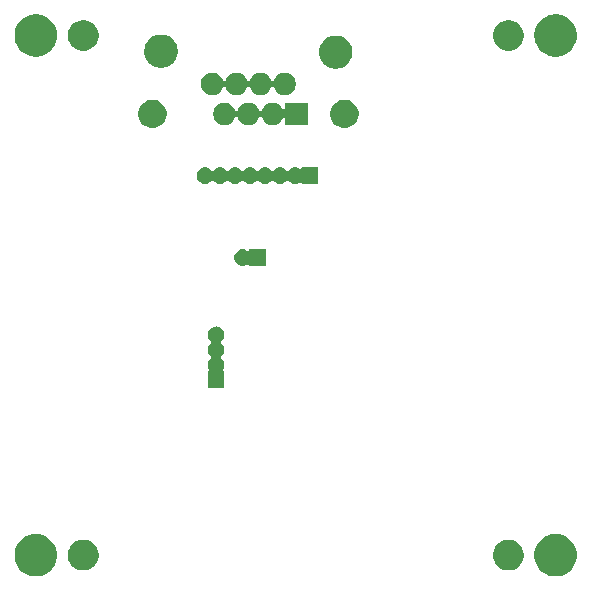
<source format=gbr>
G04 #@! TF.GenerationSoftware,KiCad,Pcbnew,5.1.2-f72e74a~84~ubuntu18.04.1*
G04 #@! TF.CreationDate,2019-06-24T22:58:02+09:00*
G04 #@! TF.ProjectId,dentureRS485,64656e74-7572-4655-9253-3438352e6b69,rev?*
G04 #@! TF.SameCoordinates,Original*
G04 #@! TF.FileFunction,Soldermask,Bot*
G04 #@! TF.FilePolarity,Negative*
%FSLAX46Y46*%
G04 Gerber Fmt 4.6, Leading zero omitted, Abs format (unit mm)*
G04 Created by KiCad (PCBNEW 5.1.2-f72e74a~84~ubuntu18.04.1) date 2019-06-24 22:58:02*
%MOMM*%
%LPD*%
G04 APERTURE LIST*
%ADD10C,0.100000*%
G04 APERTURE END LIST*
D10*
G36*
X147351163Y-95234587D02*
G01*
X147525041Y-95269173D01*
X147852620Y-95404861D01*
X148147433Y-95601849D01*
X148398151Y-95852567D01*
X148595139Y-96147380D01*
X148730827Y-96474959D01*
X148800000Y-96822716D01*
X148800000Y-97177284D01*
X148730827Y-97525041D01*
X148595139Y-97852620D01*
X148398151Y-98147433D01*
X148147433Y-98398151D01*
X147852620Y-98595139D01*
X147525041Y-98730827D01*
X147351162Y-98765414D01*
X147177286Y-98800000D01*
X146822714Y-98800000D01*
X146648837Y-98765413D01*
X146474959Y-98730827D01*
X146147380Y-98595139D01*
X145852567Y-98398151D01*
X145601849Y-98147433D01*
X145404861Y-97852620D01*
X145269173Y-97525041D01*
X145200000Y-97177284D01*
X145200000Y-96822716D01*
X145269173Y-96474959D01*
X145404861Y-96147380D01*
X145601849Y-95852567D01*
X145852567Y-95601849D01*
X146147380Y-95404861D01*
X146474959Y-95269173D01*
X146648838Y-95234586D01*
X146822714Y-95200000D01*
X147177286Y-95200000D01*
X147351163Y-95234587D01*
X147351163Y-95234587D01*
G37*
G36*
X103351163Y-95234587D02*
G01*
X103525041Y-95269173D01*
X103852620Y-95404861D01*
X104147433Y-95601849D01*
X104398151Y-95852567D01*
X104595139Y-96147380D01*
X104730827Y-96474959D01*
X104800000Y-96822716D01*
X104800000Y-97177284D01*
X104730827Y-97525041D01*
X104595139Y-97852620D01*
X104398151Y-98147433D01*
X104147433Y-98398151D01*
X103852620Y-98595139D01*
X103525041Y-98730827D01*
X103351162Y-98765414D01*
X103177286Y-98800000D01*
X102822714Y-98800000D01*
X102648837Y-98765413D01*
X102474959Y-98730827D01*
X102147380Y-98595139D01*
X101852567Y-98398151D01*
X101601849Y-98147433D01*
X101404861Y-97852620D01*
X101269173Y-97525041D01*
X101200000Y-97177284D01*
X101200000Y-96822716D01*
X101269173Y-96474959D01*
X101404861Y-96147380D01*
X101601849Y-95852567D01*
X101852567Y-95601849D01*
X102147380Y-95404861D01*
X102474959Y-95269173D01*
X102648838Y-95234586D01*
X102822714Y-95200000D01*
X103177286Y-95200000D01*
X103351163Y-95234587D01*
X103351163Y-95234587D01*
G37*
G36*
X143253617Y-95724979D02*
G01*
X143379196Y-95749958D01*
X143615781Y-95847955D01*
X143828702Y-95990224D01*
X144009776Y-96171298D01*
X144152045Y-96384219D01*
X144250042Y-96620804D01*
X144300000Y-96871961D01*
X144300000Y-97128039D01*
X144250042Y-97379196D01*
X144152045Y-97615781D01*
X144009776Y-97828702D01*
X143828702Y-98009776D01*
X143615781Y-98152045D01*
X143379196Y-98250042D01*
X143128040Y-98300000D01*
X142871960Y-98300000D01*
X142746383Y-98275021D01*
X142620804Y-98250042D01*
X142384219Y-98152045D01*
X142171298Y-98009776D01*
X141990224Y-97828702D01*
X141847955Y-97615781D01*
X141749958Y-97379196D01*
X141700000Y-97128039D01*
X141700000Y-96871961D01*
X141749958Y-96620804D01*
X141847955Y-96384219D01*
X141990224Y-96171298D01*
X142171298Y-95990224D01*
X142384219Y-95847955D01*
X142620804Y-95749958D01*
X142746383Y-95724979D01*
X142871960Y-95700000D01*
X143128040Y-95700000D01*
X143253617Y-95724979D01*
X143253617Y-95724979D01*
G37*
G36*
X107253617Y-95724979D02*
G01*
X107379196Y-95749958D01*
X107615781Y-95847955D01*
X107828702Y-95990224D01*
X108009776Y-96171298D01*
X108152045Y-96384219D01*
X108250042Y-96620804D01*
X108300000Y-96871961D01*
X108300000Y-97128039D01*
X108250042Y-97379196D01*
X108152045Y-97615781D01*
X108009776Y-97828702D01*
X107828702Y-98009776D01*
X107615781Y-98152045D01*
X107379196Y-98250042D01*
X107128040Y-98300000D01*
X106871960Y-98300000D01*
X106746383Y-98275021D01*
X106620804Y-98250042D01*
X106384219Y-98152045D01*
X106171298Y-98009776D01*
X105990224Y-97828702D01*
X105847955Y-97615781D01*
X105749958Y-97379196D01*
X105700000Y-97128039D01*
X105700000Y-96871961D01*
X105749958Y-96620804D01*
X105847955Y-96384219D01*
X105990224Y-96171298D01*
X106171298Y-95990224D01*
X106384219Y-95847955D01*
X106620804Y-95749958D01*
X106746383Y-95724979D01*
X106871960Y-95700000D01*
X107128040Y-95700000D01*
X107253617Y-95724979D01*
X107253617Y-95724979D01*
G37*
G36*
X118396224Y-77653328D02*
G01*
X118528175Y-77693355D01*
X118649781Y-77758355D01*
X118756370Y-77845830D01*
X118843845Y-77952419D01*
X118908845Y-78074025D01*
X118948872Y-78205976D01*
X118962387Y-78343200D01*
X118948872Y-78480424D01*
X118908845Y-78612375D01*
X118843845Y-78733981D01*
X118756370Y-78840570D01*
X118706394Y-78881584D01*
X118689076Y-78898902D01*
X118675462Y-78919276D01*
X118666085Y-78941915D01*
X118661305Y-78965948D01*
X118661305Y-78990453D01*
X118666086Y-79014486D01*
X118675463Y-79037125D01*
X118689077Y-79057499D01*
X118706394Y-79074816D01*
X118756370Y-79115830D01*
X118843845Y-79222419D01*
X118908845Y-79344025D01*
X118948872Y-79475976D01*
X118962387Y-79613200D01*
X118948872Y-79750424D01*
X118908845Y-79882375D01*
X118843845Y-80003981D01*
X118756370Y-80110570D01*
X118706394Y-80151584D01*
X118689076Y-80168902D01*
X118675462Y-80189276D01*
X118666085Y-80211915D01*
X118661305Y-80235948D01*
X118661305Y-80260453D01*
X118666086Y-80284486D01*
X118675463Y-80307125D01*
X118689077Y-80327499D01*
X118706394Y-80344816D01*
X118756370Y-80385830D01*
X118843845Y-80492419D01*
X118908845Y-80614025D01*
X118948872Y-80745976D01*
X118962387Y-80883200D01*
X118948872Y-81020424D01*
X118908845Y-81152375D01*
X118908843Y-81152378D01*
X118846359Y-81269277D01*
X118836981Y-81291916D01*
X118832201Y-81315949D01*
X118832201Y-81340453D01*
X118836981Y-81364486D01*
X118846359Y-81387125D01*
X118859973Y-81407500D01*
X118877300Y-81424827D01*
X118897674Y-81438440D01*
X118920313Y-81447818D01*
X118956598Y-81453200D01*
X118959000Y-81453200D01*
X118959000Y-82853200D01*
X117559000Y-82853200D01*
X117559000Y-81453200D01*
X117561402Y-81453200D01*
X117585788Y-81450798D01*
X117609237Y-81443685D01*
X117630848Y-81432134D01*
X117649790Y-81416589D01*
X117665335Y-81397647D01*
X117676886Y-81376036D01*
X117683999Y-81352587D01*
X117686401Y-81328201D01*
X117683999Y-81303815D01*
X117671641Y-81269277D01*
X117609157Y-81152378D01*
X117609155Y-81152375D01*
X117569128Y-81020424D01*
X117555613Y-80883200D01*
X117569128Y-80745976D01*
X117609155Y-80614025D01*
X117674155Y-80492419D01*
X117761630Y-80385830D01*
X117811606Y-80344816D01*
X117828924Y-80327498D01*
X117842538Y-80307124D01*
X117851915Y-80284485D01*
X117856695Y-80260452D01*
X117856695Y-80235947D01*
X117851914Y-80211914D01*
X117842537Y-80189275D01*
X117828923Y-80168901D01*
X117811606Y-80151584D01*
X117761630Y-80110570D01*
X117674155Y-80003981D01*
X117609155Y-79882375D01*
X117569128Y-79750424D01*
X117555613Y-79613200D01*
X117569128Y-79475976D01*
X117609155Y-79344025D01*
X117674155Y-79222419D01*
X117761630Y-79115830D01*
X117811606Y-79074816D01*
X117828924Y-79057498D01*
X117842538Y-79037124D01*
X117851915Y-79014485D01*
X117856695Y-78990452D01*
X117856695Y-78965947D01*
X117851914Y-78941914D01*
X117842537Y-78919275D01*
X117828923Y-78898901D01*
X117811606Y-78881584D01*
X117761630Y-78840570D01*
X117674155Y-78733981D01*
X117609155Y-78612375D01*
X117569128Y-78480424D01*
X117555613Y-78343200D01*
X117569128Y-78205976D01*
X117609155Y-78074025D01*
X117674155Y-77952419D01*
X117761630Y-77845830D01*
X117868219Y-77758355D01*
X117989825Y-77693355D01*
X118121776Y-77653328D01*
X118224610Y-77643200D01*
X118293390Y-77643200D01*
X118396224Y-77653328D01*
X118396224Y-77653328D01*
G37*
G36*
X120636224Y-71123328D02*
G01*
X120768175Y-71163355D01*
X120885080Y-71225842D01*
X120907716Y-71235219D01*
X120931749Y-71239999D01*
X120956253Y-71239999D01*
X120980286Y-71235219D01*
X121002925Y-71225841D01*
X121023300Y-71212227D01*
X121040627Y-71194900D01*
X121054240Y-71174526D01*
X121063618Y-71151887D01*
X121069000Y-71115602D01*
X121069000Y-71113200D01*
X122469000Y-71113200D01*
X122469000Y-72513200D01*
X121069000Y-72513200D01*
X121069000Y-72510798D01*
X121066598Y-72486412D01*
X121059485Y-72462963D01*
X121047934Y-72441352D01*
X121032389Y-72422410D01*
X121013447Y-72406865D01*
X120991836Y-72395314D01*
X120968387Y-72388201D01*
X120944001Y-72385799D01*
X120919615Y-72388201D01*
X120885079Y-72400558D01*
X120768175Y-72463045D01*
X120636224Y-72503072D01*
X120533390Y-72513200D01*
X120464610Y-72513200D01*
X120361776Y-72503072D01*
X120229825Y-72463045D01*
X120108219Y-72398045D01*
X120001630Y-72310570D01*
X119914155Y-72203981D01*
X119849155Y-72082375D01*
X119809128Y-71950424D01*
X119795613Y-71813200D01*
X119809128Y-71675976D01*
X119849155Y-71544025D01*
X119914155Y-71422419D01*
X120001630Y-71315830D01*
X120108219Y-71228355D01*
X120229825Y-71163355D01*
X120361776Y-71123328D01*
X120464610Y-71113200D01*
X120533390Y-71113200D01*
X120636224Y-71123328D01*
X120636224Y-71123328D01*
G37*
G36*
X117452224Y-64181728D02*
G01*
X117584175Y-64221755D01*
X117705781Y-64286755D01*
X117812370Y-64374230D01*
X117853384Y-64424206D01*
X117870702Y-64441524D01*
X117891076Y-64455138D01*
X117913715Y-64464515D01*
X117937748Y-64469295D01*
X117962253Y-64469295D01*
X117986286Y-64464514D01*
X118008925Y-64455137D01*
X118029299Y-64441523D01*
X118046616Y-64424206D01*
X118087630Y-64374230D01*
X118194219Y-64286755D01*
X118315825Y-64221755D01*
X118447776Y-64181728D01*
X118550610Y-64171600D01*
X118619390Y-64171600D01*
X118722224Y-64181728D01*
X118854175Y-64221755D01*
X118975781Y-64286755D01*
X119082370Y-64374230D01*
X119123384Y-64424206D01*
X119140702Y-64441524D01*
X119161076Y-64455138D01*
X119183715Y-64464515D01*
X119207748Y-64469295D01*
X119232253Y-64469295D01*
X119256286Y-64464514D01*
X119278925Y-64455137D01*
X119299299Y-64441523D01*
X119316616Y-64424206D01*
X119357630Y-64374230D01*
X119464219Y-64286755D01*
X119585825Y-64221755D01*
X119717776Y-64181728D01*
X119820610Y-64171600D01*
X119889390Y-64171600D01*
X119992224Y-64181728D01*
X120124175Y-64221755D01*
X120245781Y-64286755D01*
X120352370Y-64374230D01*
X120393384Y-64424206D01*
X120410702Y-64441524D01*
X120431076Y-64455138D01*
X120453715Y-64464515D01*
X120477748Y-64469295D01*
X120502253Y-64469295D01*
X120526286Y-64464514D01*
X120548925Y-64455137D01*
X120569299Y-64441523D01*
X120586616Y-64424206D01*
X120627630Y-64374230D01*
X120734219Y-64286755D01*
X120855825Y-64221755D01*
X120987776Y-64181728D01*
X121090610Y-64171600D01*
X121159390Y-64171600D01*
X121262224Y-64181728D01*
X121394175Y-64221755D01*
X121515781Y-64286755D01*
X121622370Y-64374230D01*
X121663384Y-64424206D01*
X121680702Y-64441524D01*
X121701076Y-64455138D01*
X121723715Y-64464515D01*
X121747748Y-64469295D01*
X121772253Y-64469295D01*
X121796286Y-64464514D01*
X121818925Y-64455137D01*
X121839299Y-64441523D01*
X121856616Y-64424206D01*
X121897630Y-64374230D01*
X122004219Y-64286755D01*
X122125825Y-64221755D01*
X122257776Y-64181728D01*
X122360610Y-64171600D01*
X122429390Y-64171600D01*
X122532224Y-64181728D01*
X122664175Y-64221755D01*
X122785781Y-64286755D01*
X122892370Y-64374230D01*
X122933384Y-64424206D01*
X122950702Y-64441524D01*
X122971076Y-64455138D01*
X122993715Y-64464515D01*
X123017748Y-64469295D01*
X123042253Y-64469295D01*
X123066286Y-64464514D01*
X123088925Y-64455137D01*
X123109299Y-64441523D01*
X123126616Y-64424206D01*
X123167630Y-64374230D01*
X123274219Y-64286755D01*
X123395825Y-64221755D01*
X123527776Y-64181728D01*
X123630610Y-64171600D01*
X123699390Y-64171600D01*
X123802224Y-64181728D01*
X123934175Y-64221755D01*
X124055781Y-64286755D01*
X124162370Y-64374230D01*
X124203384Y-64424206D01*
X124220702Y-64441524D01*
X124241076Y-64455138D01*
X124263715Y-64464515D01*
X124287748Y-64469295D01*
X124312253Y-64469295D01*
X124336286Y-64464514D01*
X124358925Y-64455137D01*
X124379299Y-64441523D01*
X124396616Y-64424206D01*
X124437630Y-64374230D01*
X124544219Y-64286755D01*
X124665825Y-64221755D01*
X124797776Y-64181728D01*
X124900610Y-64171600D01*
X124969390Y-64171600D01*
X125072224Y-64181728D01*
X125204175Y-64221755D01*
X125321080Y-64284242D01*
X125343716Y-64293619D01*
X125367749Y-64298399D01*
X125392253Y-64298399D01*
X125416286Y-64293619D01*
X125438925Y-64284241D01*
X125459300Y-64270627D01*
X125476627Y-64253300D01*
X125490240Y-64232926D01*
X125499618Y-64210287D01*
X125505000Y-64174002D01*
X125505000Y-64171600D01*
X126905000Y-64171600D01*
X126905000Y-65571600D01*
X125505000Y-65571600D01*
X125505000Y-65569198D01*
X125502598Y-65544812D01*
X125495485Y-65521363D01*
X125483934Y-65499752D01*
X125468389Y-65480810D01*
X125449447Y-65465265D01*
X125427836Y-65453714D01*
X125404387Y-65446601D01*
X125380001Y-65444199D01*
X125355615Y-65446601D01*
X125321079Y-65458958D01*
X125204175Y-65521445D01*
X125072224Y-65561472D01*
X124969390Y-65571600D01*
X124900610Y-65571600D01*
X124797776Y-65561472D01*
X124665825Y-65521445D01*
X124544219Y-65456445D01*
X124437630Y-65368970D01*
X124396616Y-65318994D01*
X124379298Y-65301676D01*
X124358924Y-65288062D01*
X124336285Y-65278685D01*
X124312252Y-65273905D01*
X124287747Y-65273905D01*
X124263714Y-65278686D01*
X124241075Y-65288063D01*
X124220701Y-65301677D01*
X124203384Y-65318994D01*
X124162370Y-65368970D01*
X124055781Y-65456445D01*
X123934175Y-65521445D01*
X123802224Y-65561472D01*
X123699390Y-65571600D01*
X123630610Y-65571600D01*
X123527776Y-65561472D01*
X123395825Y-65521445D01*
X123274219Y-65456445D01*
X123167630Y-65368970D01*
X123126616Y-65318994D01*
X123109298Y-65301676D01*
X123088924Y-65288062D01*
X123066285Y-65278685D01*
X123042252Y-65273905D01*
X123017747Y-65273905D01*
X122993714Y-65278686D01*
X122971075Y-65288063D01*
X122950701Y-65301677D01*
X122933384Y-65318994D01*
X122892370Y-65368970D01*
X122785781Y-65456445D01*
X122664175Y-65521445D01*
X122532224Y-65561472D01*
X122429390Y-65571600D01*
X122360610Y-65571600D01*
X122257776Y-65561472D01*
X122125825Y-65521445D01*
X122004219Y-65456445D01*
X121897630Y-65368970D01*
X121856616Y-65318994D01*
X121839298Y-65301676D01*
X121818924Y-65288062D01*
X121796285Y-65278685D01*
X121772252Y-65273905D01*
X121747747Y-65273905D01*
X121723714Y-65278686D01*
X121701075Y-65288063D01*
X121680701Y-65301677D01*
X121663384Y-65318994D01*
X121622370Y-65368970D01*
X121515781Y-65456445D01*
X121394175Y-65521445D01*
X121262224Y-65561472D01*
X121159390Y-65571600D01*
X121090610Y-65571600D01*
X120987776Y-65561472D01*
X120855825Y-65521445D01*
X120734219Y-65456445D01*
X120627630Y-65368970D01*
X120586616Y-65318994D01*
X120569298Y-65301676D01*
X120548924Y-65288062D01*
X120526285Y-65278685D01*
X120502252Y-65273905D01*
X120477747Y-65273905D01*
X120453714Y-65278686D01*
X120431075Y-65288063D01*
X120410701Y-65301677D01*
X120393384Y-65318994D01*
X120352370Y-65368970D01*
X120245781Y-65456445D01*
X120124175Y-65521445D01*
X119992224Y-65561472D01*
X119889390Y-65571600D01*
X119820610Y-65571600D01*
X119717776Y-65561472D01*
X119585825Y-65521445D01*
X119464219Y-65456445D01*
X119357630Y-65368970D01*
X119316616Y-65318994D01*
X119299298Y-65301676D01*
X119278924Y-65288062D01*
X119256285Y-65278685D01*
X119232252Y-65273905D01*
X119207747Y-65273905D01*
X119183714Y-65278686D01*
X119161075Y-65288063D01*
X119140701Y-65301677D01*
X119123384Y-65318994D01*
X119082370Y-65368970D01*
X118975781Y-65456445D01*
X118854175Y-65521445D01*
X118722224Y-65561472D01*
X118619390Y-65571600D01*
X118550610Y-65571600D01*
X118447776Y-65561472D01*
X118315825Y-65521445D01*
X118194219Y-65456445D01*
X118087630Y-65368970D01*
X118046616Y-65318994D01*
X118029298Y-65301676D01*
X118008924Y-65288062D01*
X117986285Y-65278685D01*
X117962252Y-65273905D01*
X117937747Y-65273905D01*
X117913714Y-65278686D01*
X117891075Y-65288063D01*
X117870701Y-65301677D01*
X117853384Y-65318994D01*
X117812370Y-65368970D01*
X117705781Y-65456445D01*
X117584175Y-65521445D01*
X117452224Y-65561472D01*
X117349390Y-65571600D01*
X117280610Y-65571600D01*
X117177776Y-65561472D01*
X117045825Y-65521445D01*
X116924219Y-65456445D01*
X116817630Y-65368970D01*
X116730155Y-65262381D01*
X116665155Y-65140775D01*
X116625128Y-65008824D01*
X116611613Y-64871600D01*
X116625128Y-64734376D01*
X116665155Y-64602425D01*
X116730155Y-64480819D01*
X116817630Y-64374230D01*
X116924219Y-64286755D01*
X117045825Y-64221755D01*
X117177776Y-64181728D01*
X117280610Y-64171600D01*
X117349390Y-64171600D01*
X117452224Y-64181728D01*
X117452224Y-64181728D01*
G37*
G36*
X129465026Y-58485315D02*
G01*
X129683411Y-58575773D01*
X129683413Y-58575774D01*
X129853167Y-58689200D01*
X129879955Y-58707099D01*
X130047101Y-58874245D01*
X130178427Y-59070789D01*
X130268885Y-59289174D01*
X130315000Y-59521009D01*
X130315000Y-59757391D01*
X130268885Y-59989226D01*
X130178427Y-60207611D01*
X130178426Y-60207613D01*
X130047101Y-60404155D01*
X129879955Y-60571301D01*
X129683413Y-60702626D01*
X129683412Y-60702627D01*
X129683411Y-60702627D01*
X129465026Y-60793085D01*
X129233191Y-60839200D01*
X128996809Y-60839200D01*
X128764974Y-60793085D01*
X128546589Y-60702627D01*
X128546588Y-60702627D01*
X128546587Y-60702626D01*
X128350045Y-60571301D01*
X128182899Y-60404155D01*
X128051574Y-60207613D01*
X128051573Y-60207611D01*
X127961115Y-59989226D01*
X127915000Y-59757391D01*
X127915000Y-59521009D01*
X127961115Y-59289174D01*
X128051573Y-59070789D01*
X128182899Y-58874245D01*
X128350045Y-58707099D01*
X128376833Y-58689200D01*
X128546587Y-58575774D01*
X128546589Y-58575773D01*
X128764974Y-58485315D01*
X128996809Y-58439200D01*
X129233191Y-58439200D01*
X129465026Y-58485315D01*
X129465026Y-58485315D01*
G37*
G36*
X113215026Y-58485315D02*
G01*
X113433411Y-58575773D01*
X113433413Y-58575774D01*
X113603167Y-58689200D01*
X113629955Y-58707099D01*
X113797101Y-58874245D01*
X113928427Y-59070789D01*
X114018885Y-59289174D01*
X114065000Y-59521009D01*
X114065000Y-59757391D01*
X114018885Y-59989226D01*
X113928427Y-60207611D01*
X113928426Y-60207613D01*
X113797101Y-60404155D01*
X113629955Y-60571301D01*
X113433413Y-60702626D01*
X113433412Y-60702627D01*
X113433411Y-60702627D01*
X113215026Y-60793085D01*
X112983191Y-60839200D01*
X112746809Y-60839200D01*
X112514974Y-60793085D01*
X112296589Y-60702627D01*
X112296588Y-60702627D01*
X112296587Y-60702626D01*
X112100045Y-60571301D01*
X111932899Y-60404155D01*
X111801574Y-60207613D01*
X111801573Y-60207611D01*
X111711115Y-59989226D01*
X111665000Y-59757391D01*
X111665000Y-59521009D01*
X111711115Y-59289174D01*
X111801573Y-59070789D01*
X111932899Y-58874245D01*
X112100045Y-58707099D01*
X112126833Y-58689200D01*
X112296587Y-58575774D01*
X112296589Y-58575773D01*
X112514974Y-58485315D01*
X112746809Y-58439200D01*
X112983191Y-58439200D01*
X113215026Y-58485315D01*
X113215026Y-58485315D01*
G37*
G36*
X119133551Y-58707099D02*
G01*
X119227105Y-58725708D01*
X119399994Y-58797321D01*
X119555590Y-58901287D01*
X119687913Y-59033610D01*
X119791879Y-59189206D01*
X119833287Y-59289174D01*
X119854516Y-59340426D01*
X119866067Y-59362037D01*
X119881613Y-59380979D01*
X119900554Y-59396524D01*
X119922165Y-59408075D01*
X119945614Y-59415188D01*
X119970000Y-59417590D01*
X119994386Y-59415188D01*
X120017835Y-59408075D01*
X120039446Y-59396524D01*
X120058388Y-59380978D01*
X120073933Y-59362037D01*
X120085484Y-59340426D01*
X120106713Y-59289174D01*
X120148121Y-59189206D01*
X120252087Y-59033610D01*
X120384410Y-58901287D01*
X120540006Y-58797321D01*
X120712895Y-58725708D01*
X120806449Y-58707099D01*
X120896432Y-58689200D01*
X121083568Y-58689200D01*
X121173551Y-58707099D01*
X121267105Y-58725708D01*
X121439994Y-58797321D01*
X121595590Y-58901287D01*
X121727913Y-59033610D01*
X121831879Y-59189206D01*
X121873287Y-59289174D01*
X121894516Y-59340426D01*
X121906067Y-59362037D01*
X121921613Y-59380979D01*
X121940554Y-59396524D01*
X121962165Y-59408075D01*
X121985614Y-59415188D01*
X122010000Y-59417590D01*
X122034386Y-59415188D01*
X122057835Y-59408075D01*
X122079446Y-59396524D01*
X122098388Y-59380978D01*
X122113933Y-59362037D01*
X122125484Y-59340426D01*
X122146713Y-59289174D01*
X122188121Y-59189206D01*
X122292087Y-59033610D01*
X122424410Y-58901287D01*
X122580006Y-58797321D01*
X122752895Y-58725708D01*
X122846449Y-58707099D01*
X122936432Y-58689200D01*
X123123568Y-58689200D01*
X123213551Y-58707099D01*
X123307105Y-58725708D01*
X123479994Y-58797321D01*
X123635590Y-58901287D01*
X123767913Y-59033610D01*
X123871879Y-59189206D01*
X123879521Y-59207656D01*
X123891069Y-59229258D01*
X123906614Y-59248200D01*
X123925556Y-59263745D01*
X123947167Y-59275296D01*
X123970616Y-59282409D01*
X123995002Y-59284811D01*
X124019388Y-59282409D01*
X124042837Y-59275296D01*
X124064447Y-59263744D01*
X124083389Y-59248199D01*
X124098934Y-59229257D01*
X124110485Y-59207646D01*
X124117598Y-59184197D01*
X124120000Y-59159812D01*
X124120000Y-58689200D01*
X126020000Y-58689200D01*
X126020000Y-60589200D01*
X124120000Y-60589200D01*
X124120000Y-60118588D01*
X124117598Y-60094202D01*
X124110485Y-60070753D01*
X124098934Y-60049142D01*
X124083389Y-60030200D01*
X124064447Y-60014655D01*
X124042836Y-60003104D01*
X124019387Y-59995991D01*
X123995001Y-59993589D01*
X123970615Y-59995991D01*
X123947166Y-60003104D01*
X123925555Y-60014655D01*
X123906613Y-60030200D01*
X123891068Y-60049142D01*
X123879521Y-60070744D01*
X123871879Y-60089194D01*
X123767913Y-60244790D01*
X123635590Y-60377113D01*
X123479994Y-60481079D01*
X123307105Y-60552692D01*
X123215336Y-60570946D01*
X123123568Y-60589200D01*
X122936432Y-60589200D01*
X122844664Y-60570946D01*
X122752895Y-60552692D01*
X122580006Y-60481079D01*
X122424410Y-60377113D01*
X122292087Y-60244790D01*
X122188121Y-60089194D01*
X122125482Y-59937971D01*
X122113933Y-59916363D01*
X122098387Y-59897421D01*
X122079446Y-59881876D01*
X122057835Y-59870325D01*
X122034386Y-59863212D01*
X122010000Y-59860810D01*
X121985614Y-59863212D01*
X121962165Y-59870325D01*
X121940554Y-59881876D01*
X121921612Y-59897422D01*
X121906067Y-59916363D01*
X121894518Y-59937971D01*
X121831879Y-60089194D01*
X121727913Y-60244790D01*
X121595590Y-60377113D01*
X121439994Y-60481079D01*
X121267105Y-60552692D01*
X121175336Y-60570946D01*
X121083568Y-60589200D01*
X120896432Y-60589200D01*
X120804664Y-60570946D01*
X120712895Y-60552692D01*
X120540006Y-60481079D01*
X120384410Y-60377113D01*
X120252087Y-60244790D01*
X120148121Y-60089194D01*
X120085482Y-59937971D01*
X120073933Y-59916363D01*
X120058387Y-59897421D01*
X120039446Y-59881876D01*
X120017835Y-59870325D01*
X119994386Y-59863212D01*
X119970000Y-59860810D01*
X119945614Y-59863212D01*
X119922165Y-59870325D01*
X119900554Y-59881876D01*
X119881612Y-59897422D01*
X119866067Y-59916363D01*
X119854518Y-59937971D01*
X119791879Y-60089194D01*
X119687913Y-60244790D01*
X119555590Y-60377113D01*
X119399994Y-60481079D01*
X119227105Y-60552692D01*
X119135336Y-60570946D01*
X119043568Y-60589200D01*
X118856432Y-60589200D01*
X118764664Y-60570946D01*
X118672895Y-60552692D01*
X118500006Y-60481079D01*
X118344410Y-60377113D01*
X118212087Y-60244790D01*
X118108121Y-60089194D01*
X118036508Y-59916305D01*
X118000000Y-59732767D01*
X118000000Y-59545633D01*
X118036508Y-59362095D01*
X118108121Y-59189206D01*
X118212087Y-59033610D01*
X118344410Y-58901287D01*
X118500006Y-58797321D01*
X118672895Y-58725708D01*
X118766449Y-58707099D01*
X118856432Y-58689200D01*
X119043568Y-58689200D01*
X119133551Y-58707099D01*
X119133551Y-58707099D01*
G37*
G36*
X118115336Y-56167454D02*
G01*
X118207105Y-56185708D01*
X118379994Y-56257321D01*
X118535590Y-56361287D01*
X118667913Y-56493610D01*
X118771879Y-56649206D01*
X118834516Y-56800426D01*
X118846067Y-56822037D01*
X118861613Y-56840979D01*
X118880554Y-56856524D01*
X118902165Y-56868075D01*
X118925614Y-56875188D01*
X118950000Y-56877590D01*
X118974386Y-56875188D01*
X118997835Y-56868075D01*
X119019446Y-56856524D01*
X119038388Y-56840978D01*
X119053933Y-56822037D01*
X119065484Y-56800426D01*
X119128121Y-56649206D01*
X119232087Y-56493610D01*
X119364410Y-56361287D01*
X119520006Y-56257321D01*
X119692895Y-56185708D01*
X119784664Y-56167454D01*
X119876432Y-56149200D01*
X120063568Y-56149200D01*
X120155336Y-56167454D01*
X120247105Y-56185708D01*
X120419994Y-56257321D01*
X120575590Y-56361287D01*
X120707913Y-56493610D01*
X120811879Y-56649206D01*
X120874516Y-56800426D01*
X120886067Y-56822037D01*
X120901613Y-56840979D01*
X120920554Y-56856524D01*
X120942165Y-56868075D01*
X120965614Y-56875188D01*
X120990000Y-56877590D01*
X121014386Y-56875188D01*
X121037835Y-56868075D01*
X121059446Y-56856524D01*
X121078388Y-56840978D01*
X121093933Y-56822037D01*
X121105484Y-56800426D01*
X121168121Y-56649206D01*
X121272087Y-56493610D01*
X121404410Y-56361287D01*
X121560006Y-56257321D01*
X121732895Y-56185708D01*
X121824664Y-56167454D01*
X121916432Y-56149200D01*
X122103568Y-56149200D01*
X122195336Y-56167454D01*
X122287105Y-56185708D01*
X122459994Y-56257321D01*
X122615590Y-56361287D01*
X122747913Y-56493610D01*
X122851879Y-56649206D01*
X122914516Y-56800426D01*
X122926067Y-56822037D01*
X122941613Y-56840979D01*
X122960554Y-56856524D01*
X122982165Y-56868075D01*
X123005614Y-56875188D01*
X123030000Y-56877590D01*
X123054386Y-56875188D01*
X123077835Y-56868075D01*
X123099446Y-56856524D01*
X123118388Y-56840978D01*
X123133933Y-56822037D01*
X123145484Y-56800426D01*
X123208121Y-56649206D01*
X123312087Y-56493610D01*
X123444410Y-56361287D01*
X123600006Y-56257321D01*
X123772895Y-56185708D01*
X123864664Y-56167454D01*
X123956432Y-56149200D01*
X124143568Y-56149200D01*
X124235336Y-56167454D01*
X124327105Y-56185708D01*
X124499994Y-56257321D01*
X124655590Y-56361287D01*
X124787913Y-56493610D01*
X124891879Y-56649206D01*
X124963492Y-56822095D01*
X125000000Y-57005633D01*
X125000000Y-57192767D01*
X124963492Y-57376305D01*
X124891879Y-57549194D01*
X124787913Y-57704790D01*
X124655590Y-57837113D01*
X124499994Y-57941079D01*
X124327105Y-58012692D01*
X124235336Y-58030946D01*
X124143568Y-58049200D01*
X123956432Y-58049200D01*
X123864664Y-58030946D01*
X123772895Y-58012692D01*
X123600006Y-57941079D01*
X123444410Y-57837113D01*
X123312087Y-57704790D01*
X123208121Y-57549194D01*
X123145482Y-57397971D01*
X123133933Y-57376363D01*
X123118387Y-57357421D01*
X123099446Y-57341876D01*
X123077835Y-57330325D01*
X123054386Y-57323212D01*
X123030000Y-57320810D01*
X123005614Y-57323212D01*
X122982165Y-57330325D01*
X122960554Y-57341876D01*
X122941612Y-57357422D01*
X122926067Y-57376363D01*
X122914518Y-57397971D01*
X122851879Y-57549194D01*
X122747913Y-57704790D01*
X122615590Y-57837113D01*
X122459994Y-57941079D01*
X122287105Y-58012692D01*
X122195336Y-58030946D01*
X122103568Y-58049200D01*
X121916432Y-58049200D01*
X121824664Y-58030946D01*
X121732895Y-58012692D01*
X121560006Y-57941079D01*
X121404410Y-57837113D01*
X121272087Y-57704790D01*
X121168121Y-57549194D01*
X121105482Y-57397971D01*
X121093933Y-57376363D01*
X121078387Y-57357421D01*
X121059446Y-57341876D01*
X121037835Y-57330325D01*
X121014386Y-57323212D01*
X120990000Y-57320810D01*
X120965614Y-57323212D01*
X120942165Y-57330325D01*
X120920554Y-57341876D01*
X120901612Y-57357422D01*
X120886067Y-57376363D01*
X120874518Y-57397971D01*
X120811879Y-57549194D01*
X120707913Y-57704790D01*
X120575590Y-57837113D01*
X120419994Y-57941079D01*
X120247105Y-58012692D01*
X120155336Y-58030946D01*
X120063568Y-58049200D01*
X119876432Y-58049200D01*
X119784664Y-58030946D01*
X119692895Y-58012692D01*
X119520006Y-57941079D01*
X119364410Y-57837113D01*
X119232087Y-57704790D01*
X119128121Y-57549194D01*
X119065482Y-57397971D01*
X119053933Y-57376363D01*
X119038387Y-57357421D01*
X119019446Y-57341876D01*
X118997835Y-57330325D01*
X118974386Y-57323212D01*
X118950000Y-57320810D01*
X118925614Y-57323212D01*
X118902165Y-57330325D01*
X118880554Y-57341876D01*
X118861612Y-57357422D01*
X118846067Y-57376363D01*
X118834518Y-57397971D01*
X118771879Y-57549194D01*
X118667913Y-57704790D01*
X118535590Y-57837113D01*
X118379994Y-57941079D01*
X118207105Y-58012692D01*
X118115336Y-58030946D01*
X118023568Y-58049200D01*
X117836432Y-58049200D01*
X117744664Y-58030946D01*
X117652895Y-58012692D01*
X117480006Y-57941079D01*
X117324410Y-57837113D01*
X117192087Y-57704790D01*
X117088121Y-57549194D01*
X117016508Y-57376305D01*
X116980000Y-57192767D01*
X116980000Y-57005633D01*
X117016508Y-56822095D01*
X117088121Y-56649206D01*
X117192087Y-56493610D01*
X117324410Y-56361287D01*
X117480006Y-56257321D01*
X117652895Y-56185708D01*
X117744664Y-56167454D01*
X117836432Y-56149200D01*
X118023568Y-56149200D01*
X118115336Y-56167454D01*
X118115336Y-56167454D01*
G37*
G36*
X128663126Y-53046400D02*
G01*
X128798365Y-53073301D01*
X128978523Y-53147925D01*
X129049403Y-53177284D01*
X129053149Y-53178836D01*
X129282448Y-53332049D01*
X129477451Y-53527052D01*
X129571264Y-53667453D01*
X129630665Y-53756353D01*
X129736199Y-54011136D01*
X129783721Y-54250042D01*
X129790000Y-54281612D01*
X129790000Y-54557388D01*
X129736199Y-54827865D01*
X129630664Y-55082649D01*
X129477451Y-55311948D01*
X129282448Y-55506951D01*
X129053149Y-55660164D01*
X128798365Y-55765699D01*
X128663127Y-55792599D01*
X128527889Y-55819500D01*
X128252111Y-55819500D01*
X128116873Y-55792599D01*
X127981635Y-55765699D01*
X127726851Y-55660164D01*
X127497552Y-55506951D01*
X127302549Y-55311948D01*
X127149336Y-55082649D01*
X127043801Y-54827865D01*
X126990000Y-54557388D01*
X126990000Y-54281612D01*
X126996280Y-54250042D01*
X127043801Y-54011136D01*
X127149335Y-53756353D01*
X127208736Y-53667453D01*
X127302549Y-53527052D01*
X127497552Y-53332049D01*
X127726851Y-53178836D01*
X127730598Y-53177284D01*
X127801477Y-53147925D01*
X127981635Y-53073301D01*
X128116874Y-53046400D01*
X128252111Y-53019500D01*
X128527889Y-53019500D01*
X128663126Y-53046400D01*
X128663126Y-53046400D01*
G37*
G36*
X113863126Y-52957500D02*
G01*
X113998365Y-52984401D01*
X114253149Y-53089936D01*
X114482448Y-53243149D01*
X114677451Y-53438152D01*
X114830664Y-53667451D01*
X114907364Y-53852620D01*
X114936199Y-53922236D01*
X114980994Y-54147433D01*
X114990000Y-54192712D01*
X114990000Y-54468488D01*
X114936199Y-54738965D01*
X114830664Y-54993749D01*
X114677451Y-55223048D01*
X114482448Y-55418051D01*
X114253149Y-55571264D01*
X113998365Y-55676799D01*
X113863126Y-55703700D01*
X113727889Y-55730600D01*
X113452111Y-55730600D01*
X113316874Y-55703700D01*
X113181635Y-55676799D01*
X112926851Y-55571264D01*
X112697552Y-55418051D01*
X112502549Y-55223048D01*
X112349336Y-54993749D01*
X112243801Y-54738965D01*
X112190000Y-54468488D01*
X112190000Y-54192712D01*
X112199007Y-54147433D01*
X112243801Y-53922236D01*
X112272637Y-53852620D01*
X112349336Y-53667451D01*
X112502549Y-53438152D01*
X112697552Y-53243149D01*
X112926851Y-53089936D01*
X113181635Y-52984401D01*
X113316874Y-52957500D01*
X113452111Y-52930600D01*
X113727889Y-52930600D01*
X113863126Y-52957500D01*
X113863126Y-52957500D01*
G37*
G36*
X103351163Y-51234587D02*
G01*
X103525041Y-51269173D01*
X103852620Y-51404861D01*
X104147433Y-51601849D01*
X104398151Y-51852567D01*
X104595139Y-52147380D01*
X104730827Y-52474959D01*
X104765414Y-52648838D01*
X104800000Y-52822714D01*
X104800000Y-53177286D01*
X104786899Y-53243148D01*
X104730827Y-53525041D01*
X104595139Y-53852620D01*
X104398151Y-54147433D01*
X104147433Y-54398151D01*
X103852620Y-54595139D01*
X103525041Y-54730827D01*
X103351162Y-54765414D01*
X103177286Y-54800000D01*
X102822714Y-54800000D01*
X102648838Y-54765414D01*
X102474959Y-54730827D01*
X102147380Y-54595139D01*
X101852567Y-54398151D01*
X101601849Y-54147433D01*
X101404861Y-53852620D01*
X101269173Y-53525041D01*
X101213101Y-53243148D01*
X101200000Y-53177286D01*
X101200000Y-52822714D01*
X101234586Y-52648838D01*
X101269173Y-52474959D01*
X101404861Y-52147380D01*
X101601849Y-51852567D01*
X101852567Y-51601849D01*
X102147380Y-51404861D01*
X102474959Y-51269173D01*
X102648837Y-51234587D01*
X102822714Y-51200000D01*
X103177286Y-51200000D01*
X103351163Y-51234587D01*
X103351163Y-51234587D01*
G37*
G36*
X147351163Y-51234587D02*
G01*
X147525041Y-51269173D01*
X147852620Y-51404861D01*
X148147433Y-51601849D01*
X148398151Y-51852567D01*
X148595139Y-52147380D01*
X148730827Y-52474959D01*
X148765414Y-52648838D01*
X148800000Y-52822714D01*
X148800000Y-53177286D01*
X148786899Y-53243148D01*
X148730827Y-53525041D01*
X148595139Y-53852620D01*
X148398151Y-54147433D01*
X148147433Y-54398151D01*
X147852620Y-54595139D01*
X147525041Y-54730827D01*
X147351162Y-54765414D01*
X147177286Y-54800000D01*
X146822714Y-54800000D01*
X146648838Y-54765414D01*
X146474959Y-54730827D01*
X146147380Y-54595139D01*
X145852567Y-54398151D01*
X145601849Y-54147433D01*
X145404861Y-53852620D01*
X145269173Y-53525041D01*
X145213101Y-53243148D01*
X145200000Y-53177286D01*
X145200000Y-52822714D01*
X145234586Y-52648838D01*
X145269173Y-52474959D01*
X145404861Y-52147380D01*
X145601849Y-51852567D01*
X145852567Y-51601849D01*
X146147380Y-51404861D01*
X146474959Y-51269173D01*
X146648837Y-51234587D01*
X146822714Y-51200000D01*
X147177286Y-51200000D01*
X147351163Y-51234587D01*
X147351163Y-51234587D01*
G37*
G36*
X143379196Y-51749958D02*
G01*
X143615781Y-51847955D01*
X143828702Y-51990224D01*
X144009776Y-52171298D01*
X144152045Y-52384219D01*
X144250042Y-52620804D01*
X144300000Y-52871961D01*
X144300000Y-53128039D01*
X144250042Y-53379196D01*
X144152045Y-53615781D01*
X144009776Y-53828702D01*
X143828702Y-54009776D01*
X143615781Y-54152045D01*
X143379196Y-54250042D01*
X143128040Y-54300000D01*
X142871960Y-54300000D01*
X142620804Y-54250042D01*
X142384219Y-54152045D01*
X142171298Y-54009776D01*
X141990224Y-53828702D01*
X141847955Y-53615781D01*
X141749958Y-53379196D01*
X141700000Y-53128039D01*
X141700000Y-52871961D01*
X141749958Y-52620804D01*
X141847955Y-52384219D01*
X141990224Y-52171298D01*
X142171298Y-51990224D01*
X142384219Y-51847955D01*
X142620804Y-51749958D01*
X142871960Y-51700000D01*
X143128040Y-51700000D01*
X143379196Y-51749958D01*
X143379196Y-51749958D01*
G37*
G36*
X107379196Y-51749958D02*
G01*
X107615781Y-51847955D01*
X107828702Y-51990224D01*
X108009776Y-52171298D01*
X108152045Y-52384219D01*
X108250042Y-52620804D01*
X108300000Y-52871961D01*
X108300000Y-53128039D01*
X108250042Y-53379196D01*
X108152045Y-53615781D01*
X108009776Y-53828702D01*
X107828702Y-54009776D01*
X107615781Y-54152045D01*
X107379196Y-54250042D01*
X107128040Y-54300000D01*
X106871960Y-54300000D01*
X106620804Y-54250042D01*
X106384219Y-54152045D01*
X106171298Y-54009776D01*
X105990224Y-53828702D01*
X105847955Y-53615781D01*
X105749958Y-53379196D01*
X105700000Y-53128039D01*
X105700000Y-52871961D01*
X105749958Y-52620804D01*
X105847955Y-52384219D01*
X105990224Y-52171298D01*
X106171298Y-51990224D01*
X106384219Y-51847955D01*
X106620804Y-51749958D01*
X106871960Y-51700000D01*
X107128040Y-51700000D01*
X107379196Y-51749958D01*
X107379196Y-51749958D01*
G37*
M02*

</source>
